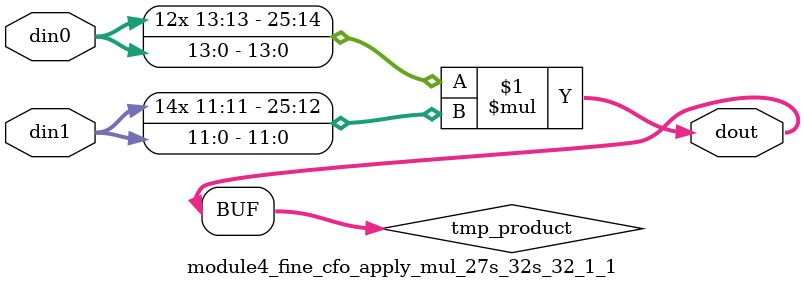
<source format=v>

`timescale 1 ns / 1 ps

 module module4_fine_cfo_apply_mul_27s_32s_32_1_1(din0, din1, dout);
parameter ID = 1;
parameter NUM_STAGE = 0;
parameter din0_WIDTH = 14;
parameter din1_WIDTH = 12;
parameter dout_WIDTH = 26;

input [din0_WIDTH - 1 : 0] din0; 
input [din1_WIDTH - 1 : 0] din1; 
output [dout_WIDTH - 1 : 0] dout;

wire signed [dout_WIDTH - 1 : 0] tmp_product;



























assign tmp_product = $signed(din0) * $signed(din1);








assign dout = tmp_product;





















endmodule

</source>
